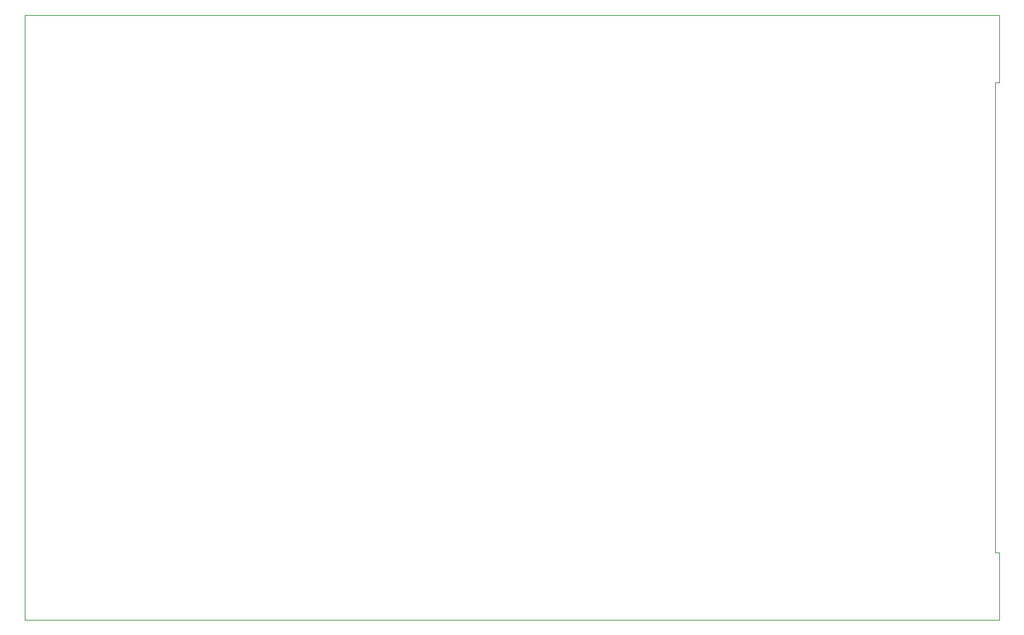
<source format=gm1>
G04 #@! TF.GenerationSoftware,KiCad,Pcbnew,(5.1.9)-1*
G04 #@! TF.CreationDate,2021-04-27T21:59:47-05:00*
G04 #@! TF.ProjectId,high-gain-diff-probe,68696768-2d67-4616-996e-2d646966662d,rev?*
G04 #@! TF.SameCoordinates,Original*
G04 #@! TF.FileFunction,Profile,NP*
%FSLAX46Y46*%
G04 Gerber Fmt 4.6, Leading zero omitted, Abs format (unit mm)*
G04 Created by KiCad (PCBNEW (5.1.9)-1) date 2021-04-27 21:59:47*
%MOMM*%
%LPD*%
G01*
G04 APERTURE LIST*
G04 #@! TA.AperFunction,Profile*
%ADD10C,0.050000*%
G04 #@! TD*
G04 APERTURE END LIST*
D10*
X210000000Y-71100000D02*
X209500000Y-71100000D01*
X210000000Y-71100000D02*
X210000000Y-62750000D01*
X210000000Y-129000000D02*
X209500000Y-129000000D01*
X210000000Y-137250000D02*
X210000000Y-129000000D01*
X210000000Y-137250000D02*
X90000000Y-137250000D01*
X209500000Y-71100000D02*
X209500000Y-129000000D01*
X90000000Y-62750000D02*
X210000000Y-62750000D01*
X90000000Y-137250000D02*
X90000000Y-62750000D01*
M02*

</source>
